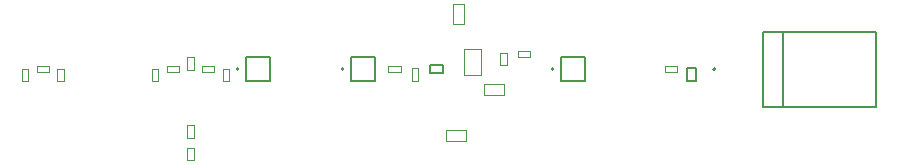
<source format=gbr>
G04*
G04 #@! TF.GenerationSoftware,Altium Limited,Altium Designer,24.9.1 (31)*
G04*
G04 Layer_Color=16711935*
%FSLAX25Y25*%
%MOIN*%
G70*
G04*
G04 #@! TF.SameCoordinates,BE83DA22-E0C5-4DDF-BF2C-7847B46FCBB1*
G04*
G04*
G04 #@! TF.FilePolarity,Positive*
G04*
G01*
G75*
%ADD10C,0.00787*%
%ADD13C,0.00500*%
%ADD14C,0.00394*%
D10*
X167635Y59055D02*
G03*
X167635Y59055I-394J0D01*
G01*
X272638D02*
G03*
X272638Y59055I-394J0D01*
G01*
X326575D02*
G03*
X326575Y59055I-394J0D01*
G01*
X202582Y59055D02*
G03*
X202582Y59055I-394J0D01*
G01*
D13*
X170194Y55118D02*
X178068D01*
Y62992D01*
X170194D02*
X178068D01*
X170194Y55118D02*
Y62992D01*
X317126Y59488D02*
X319882D01*
X317126Y55158D02*
X319882D01*
Y59488D01*
X317126Y55158D02*
Y59488D01*
X275197Y55118D02*
Y62992D01*
X283071D01*
Y55118D02*
Y62992D01*
X275197Y55118D02*
X283071D01*
X349016Y71555D02*
X380000D01*
Y46555D02*
Y71555D01*
X349016Y46555D02*
X380000D01*
X342520D02*
X349016D01*
Y71555D01*
X342520D02*
X349016D01*
X342520Y46555D02*
Y71555D01*
X231235Y60433D02*
X235565D01*
X231235Y57677D02*
X235565D01*
X231235D02*
Y60433D01*
X235565Y57677D02*
Y60433D01*
X205141Y55118D02*
X213015D01*
Y62992D01*
X205141D02*
X213015D01*
X205141Y55118D02*
Y62992D01*
D14*
X249410Y54134D02*
X256102D01*
X249410Y50591D02*
X256102D01*
X249410D02*
Y54134D01*
X256102Y50591D02*
Y54134D01*
X260745Y63090D02*
Y65256D01*
X264879Y63090D02*
Y65256D01*
X260745D02*
X264879D01*
X260745Y63090D02*
X264879D01*
X254823Y60374D02*
X256988D01*
X254823Y64508D02*
X256988D01*
X254823Y60374D02*
Y64508D01*
X256988Y60374D02*
Y64508D01*
X225352Y55256D02*
X227517D01*
X225352Y59390D02*
X227517D01*
X225352Y55256D02*
Y59390D01*
X227517Y55256D02*
Y59390D01*
X217461Y57972D02*
Y60138D01*
X221595Y57972D02*
Y60138D01*
X217461D02*
X221595D01*
X217461Y57972D02*
X221595D01*
X309744D02*
Y60138D01*
X313878Y57972D02*
Y60138D01*
X309744D02*
X313878D01*
X309744Y57972D02*
X313878D01*
X242728Y57284D02*
Y65945D01*
X248240Y57284D02*
Y65945D01*
X242728D02*
X248240D01*
X242728Y57284D02*
X248240D01*
X95374Y55020D02*
Y59153D01*
X97539Y55020D02*
Y59153D01*
X95374D02*
X97539D01*
X95374Y55020D02*
X97539D01*
X100295Y57972D02*
X104429D01*
X100295Y60138D02*
X104429D01*
X100295Y57972D02*
Y60138D01*
X104429Y57972D02*
Y60138D01*
X107185Y55020D02*
Y59153D01*
X109350Y55020D02*
Y59153D01*
X107185D02*
X109350D01*
X107185Y55020D02*
X109350D01*
X164469D02*
Y59153D01*
X162303Y55020D02*
Y59153D01*
X164469D01*
X162303Y55020D02*
X164469D01*
X155413Y60138D02*
X159547D01*
X155413Y57972D02*
X159547D01*
X155413D02*
Y60138D01*
X159547Y57972D02*
Y60138D01*
X152657Y58957D02*
Y63090D01*
X150492Y58957D02*
Y63090D01*
X152657D01*
X150492Y58957D02*
X152657D01*
X150492Y36279D02*
Y40413D01*
X152657Y36279D02*
Y40413D01*
X150492Y36279D02*
X152657D01*
X150492Y40413D02*
X152657D01*
X150492Y28642D02*
Y32776D01*
X152657Y28642D02*
Y32776D01*
X150492Y28642D02*
X152657D01*
X150492Y32776D02*
X152657D01*
X143602Y60138D02*
X147736D01*
X143602Y57972D02*
X147736D01*
X143602D02*
Y60138D01*
X147736Y57972D02*
Y60138D01*
X140847Y55020D02*
Y59153D01*
X138681Y55020D02*
Y59153D01*
X140847D01*
X138681Y55020D02*
X140847D01*
X239173Y74114D02*
X242717D01*
X239173Y80807D02*
X242717D01*
X239173Y74114D02*
Y80807D01*
X242717Y74114D02*
Y80807D01*
X243256Y35185D02*
Y38728D01*
X236563Y35185D02*
Y38728D01*
Y35185D02*
X243256D01*
X236563Y38728D02*
X243256D01*
M02*

</source>
